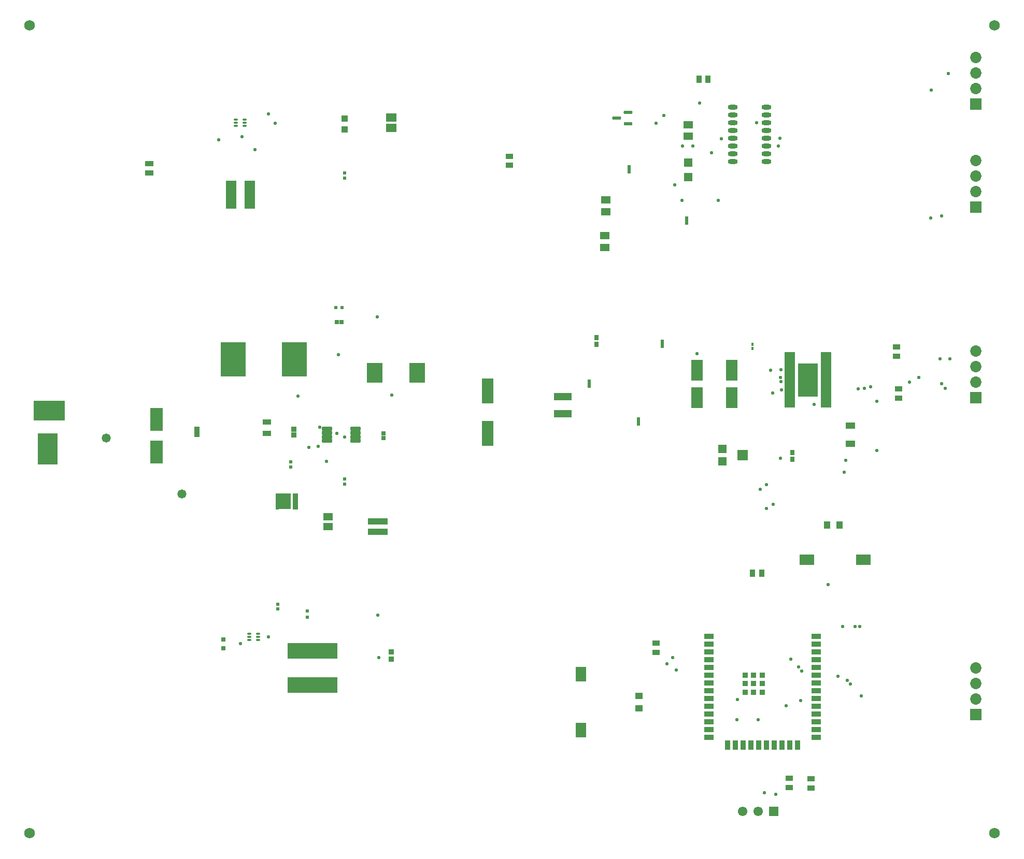
<source format=gts>
G04*
G04 #@! TF.GenerationSoftware,Altium Limited,Altium Designer,24.9.1 (31)*
G04*
G04 Layer_Color=8388736*
%FSLAX25Y25*%
%MOIN*%
G70*
G04*
G04 #@! TF.SameCoordinates,8287A4C5-CB0D-4E90-9DB4-BFF006B876B5*
G04*
G04*
G04 #@! TF.FilePolarity,Negative*
G04*
G01*
G75*
%ADD15R,0.05906X0.03543*%
%ADD16R,0.03543X0.05906*%
%ADD17R,0.03543X0.03543*%
%ADD18R,0.03568X0.03563*%
G04:AMPARAMS|DCode=19|XSize=26.38mil|YSize=11.81mil|CornerRadius=1.95mil|HoleSize=0mil|Usage=FLASHONLY|Rotation=0.000|XOffset=0mil|YOffset=0mil|HoleType=Round|Shape=RoundedRectangle|*
%AMROUNDEDRECTD19*
21,1,0.02638,0.00791,0,0,0.0*
21,1,0.02248,0.01181,0,0,0.0*
1,1,0.00390,0.01124,-0.00396*
1,1,0.00390,-0.01124,-0.00396*
1,1,0.00390,-0.01124,0.00396*
1,1,0.00390,0.01124,0.00396*
%
%ADD19ROUNDEDRECTD19*%
%ADD23R,0.02362X0.02362*%
%ADD24R,0.32284X0.10236*%
%ADD25R,0.02756X0.02756*%
%ADD26R,0.04969X0.03378*%
%ADD27R,0.03378X0.04969*%
%ADD28R,0.01860X0.01843*%
%ADD29R,0.03937X0.04921*%
%ADD31R,0.02362X0.02362*%
%ADD32R,0.04969X0.03771*%
%ADD35R,0.01822X0.02190*%
%ADD44R,0.03771X0.04969*%
%ADD45R,0.03985X0.04168*%
%ADD46R,0.05315X0.03740*%
G04:AMPARAMS|DCode=47|XSize=58.04mil|YSize=23.03mil|CornerRadius=11.51mil|HoleSize=0mil|Usage=FLASHONLY|Rotation=180.000|XOffset=0mil|YOffset=0mil|HoleType=Round|Shape=RoundedRectangle|*
%AMROUNDEDRECTD47*
21,1,0.05804,0.00000,0,0,180.0*
21,1,0.03501,0.02303,0,0,180.0*
1,1,0.02303,-0.01750,0.00000*
1,1,0.02303,0.01750,0.00000*
1,1,0.02303,0.01750,0.00000*
1,1,0.02303,-0.01750,0.00000*
%
%ADD47ROUNDEDRECTD47*%
%ADD48R,0.05804X0.02303*%
%ADD52R,0.09843X0.12992*%
%ADD53R,0.07480X0.16339*%
%ADD59R,0.05512X0.03740*%
%ADD60R,0.06299X0.03937*%
%ADD61R,0.12992X0.04134*%
%ADD67R,0.04921X0.03937*%
%ADD68R,0.13005X0.21194*%
%ADD69R,0.06607X0.02572*%
%ADD70O,0.06312X0.03162*%
%ADD71R,0.06509X0.05721*%
%ADD72R,0.03241X0.03398*%
G04:AMPARAMS|DCode=73|XSize=25.72mil|YSize=69.02mil|CornerRadius=5.95mil|HoleSize=0mil|Usage=FLASHONLY|Rotation=90.000|XOffset=0mil|YOffset=0mil|HoleType=Round|Shape=RoundedRectangle|*
%AMROUNDEDRECTD73*
21,1,0.02572,0.05713,0,0,90.0*
21,1,0.01382,0.06902,0,0,90.0*
1,1,0.01190,0.02856,0.00691*
1,1,0.01190,0.02856,-0.00691*
1,1,0.01190,-0.02856,-0.00691*
1,1,0.01190,-0.02856,0.00691*
%
%ADD73ROUNDEDRECTD73*%
%ADD74R,0.07296X0.13595*%
%ADD75R,0.11509X0.04816*%
%ADD76R,0.03162X0.03556*%
%ADD77R,0.02454X0.02611*%
%ADD78R,0.05524X0.05524*%
%ADD79R,0.06706X0.07099*%
%ADD80R,0.15958X0.22453*%
%ADD81R,0.06706X0.18123*%
%ADD82R,0.06312X0.04934*%
%ADD83R,0.05721X0.05328*%
%ADD84R,0.02572X0.02572*%
%ADD85R,0.02572X0.02572*%
%ADD86R,0.08083X0.14776*%
%ADD87R,0.03280X0.02769*%
%ADD88R,0.02414X0.02769*%
%ADD89R,0.08280X0.10446*%
%ADD90R,0.06272X0.04580*%
%ADD91R,0.09461X0.07099*%
%ADD92R,0.09383X0.07099*%
%ADD93R,0.07099X0.09461*%
%ADD94R,0.07099X0.09383*%
%ADD95C,0.06800*%
%ADD96R,0.07296X0.07296*%
%ADD97C,0.07296*%
%ADD98R,0.20485X0.12611*%
%ADD99R,0.12611X0.20485*%
%ADD100C,0.06102*%
%ADD101R,0.06102X0.06102*%
%ADD102C,0.05800*%
%ADD103C,0.02300*%
D15*
X531551Y184209D02*
D03*
Y179209D02*
D03*
Y174209D02*
D03*
Y169209D02*
D03*
Y164209D02*
D03*
Y159209D02*
D03*
Y154209D02*
D03*
Y149209D02*
D03*
Y144209D02*
D03*
Y139209D02*
D03*
Y134209D02*
D03*
Y129209D02*
D03*
Y124209D02*
D03*
Y119209D02*
D03*
X600449D02*
D03*
Y124209D02*
D03*
Y129209D02*
D03*
Y134209D02*
D03*
Y139209D02*
D03*
Y144209D02*
D03*
Y149209D02*
D03*
Y154209D02*
D03*
Y159209D02*
D03*
Y164209D02*
D03*
Y169209D02*
D03*
Y174209D02*
D03*
Y179209D02*
D03*
Y184209D02*
D03*
D16*
X543500Y114287D02*
D03*
X548500D02*
D03*
X553500D02*
D03*
X558500D02*
D03*
X563500D02*
D03*
X568500D02*
D03*
X573500D02*
D03*
X578500D02*
D03*
X583500D02*
D03*
X588500D02*
D03*
D17*
X554583Y159327D02*
D03*
X560094D02*
D03*
X565606D02*
D03*
X554583Y153815D02*
D03*
X560094D02*
D03*
X565606D02*
D03*
X554583Y148303D02*
D03*
X560094D02*
D03*
X565606D02*
D03*
D18*
X327000Y169500D02*
D03*
Y174229D02*
D03*
D19*
X241413Y185968D02*
D03*
Y184000D02*
D03*
Y182032D02*
D03*
X235587D02*
D03*
Y184000D02*
D03*
Y185968D02*
D03*
X232913Y516968D02*
D03*
Y515000D02*
D03*
Y513031D02*
D03*
X227087D02*
D03*
Y515000D02*
D03*
Y516968D02*
D03*
D23*
X273000Y200567D02*
D03*
Y196433D02*
D03*
D24*
X276500Y175024D02*
D03*
Y152976D02*
D03*
D25*
X219000Y176744D02*
D03*
Y182256D02*
D03*
D26*
X497500Y180059D02*
D03*
X652000Y370559D02*
D03*
Y364441D02*
D03*
X653500Y337441D02*
D03*
Y343559D02*
D03*
X597000Y86441D02*
D03*
Y92559D02*
D03*
X497500Y173941D02*
D03*
X583000Y86941D02*
D03*
Y93059D02*
D03*
D27*
X559441Y225000D02*
D03*
X565559D02*
D03*
D28*
X254000Y201917D02*
D03*
Y205083D02*
D03*
X297000Y479417D02*
D03*
Y482583D02*
D03*
X262500Y293417D02*
D03*
Y296583D02*
D03*
X297000Y282417D02*
D03*
Y285583D02*
D03*
D29*
X607563Y256000D02*
D03*
X615437D02*
D03*
D31*
X291433Y396000D02*
D03*
X295567D02*
D03*
D32*
X403000Y493363D02*
D03*
Y487637D02*
D03*
D35*
X559500Y369609D02*
D03*
Y372391D02*
D03*
D44*
X525137Y543000D02*
D03*
X530863D02*
D03*
D45*
X297000Y510548D02*
D03*
Y517452D02*
D03*
D46*
X171500Y488453D02*
D03*
Y482547D02*
D03*
D47*
X472000Y518000D02*
D03*
X479364Y521740D02*
D03*
D48*
Y514260D02*
D03*
D52*
X316417Y354000D02*
D03*
X343583D02*
D03*
D53*
X389000Y342181D02*
D03*
Y314819D02*
D03*
D59*
X247000Y314858D02*
D03*
Y322142D02*
D03*
D60*
X622500Y308095D02*
D03*
Y319905D02*
D03*
D61*
X318500Y251752D02*
D03*
Y258248D02*
D03*
D67*
X486500Y138063D02*
D03*
Y145937D02*
D03*
D68*
X595067Y349425D02*
D03*
D69*
X606634Y366059D02*
D03*
Y363500D02*
D03*
Y360941D02*
D03*
Y358382D02*
D03*
Y355823D02*
D03*
Y353264D02*
D03*
Y350705D02*
D03*
Y348146D02*
D03*
Y345587D02*
D03*
Y343028D02*
D03*
Y340469D02*
D03*
Y337910D02*
D03*
Y335350D02*
D03*
Y332791D02*
D03*
X583500D02*
D03*
Y335350D02*
D03*
Y337910D02*
D03*
Y340469D02*
D03*
Y343028D02*
D03*
Y345587D02*
D03*
Y348146D02*
D03*
Y350705D02*
D03*
Y353264D02*
D03*
Y355823D02*
D03*
Y358382D02*
D03*
Y360941D02*
D03*
Y363500D02*
D03*
Y366059D02*
D03*
D70*
X546673Y525000D02*
D03*
Y520000D02*
D03*
Y515000D02*
D03*
Y510000D02*
D03*
Y505000D02*
D03*
Y500000D02*
D03*
Y495000D02*
D03*
Y490000D02*
D03*
X568327Y525000D02*
D03*
Y520000D02*
D03*
Y515000D02*
D03*
Y510000D02*
D03*
Y505000D02*
D03*
Y500000D02*
D03*
Y495000D02*
D03*
Y490000D02*
D03*
D71*
X327000Y518347D02*
D03*
Y511654D02*
D03*
D72*
X202000Y317732D02*
D03*
Y314268D02*
D03*
X264500Y314035D02*
D03*
Y317500D02*
D03*
D73*
X304153Y310161D02*
D03*
Y312720D02*
D03*
Y315280D02*
D03*
Y317839D02*
D03*
X285846Y310161D02*
D03*
Y312720D02*
D03*
Y315280D02*
D03*
Y317839D02*
D03*
D74*
X546220Y355500D02*
D03*
X523779D02*
D03*
X546220Y338000D02*
D03*
X523779D02*
D03*
D75*
X437500Y327488D02*
D03*
Y338512D02*
D03*
D76*
X459000Y376665D02*
D03*
Y372335D02*
D03*
X585000Y302665D02*
D03*
Y298335D02*
D03*
D77*
X480000Y486299D02*
D03*
Y483701D02*
D03*
X517000Y450701D02*
D03*
Y453299D02*
D03*
X454500Y345701D02*
D03*
Y348299D02*
D03*
X501500Y371201D02*
D03*
Y373799D02*
D03*
X486000Y321201D02*
D03*
Y323799D02*
D03*
D78*
X540205Y304937D02*
D03*
Y297063D02*
D03*
D79*
X553000Y301000D02*
D03*
D80*
X225500Y362500D02*
D03*
X264673D02*
D03*
D81*
X236004Y468500D02*
D03*
X223996D02*
D03*
D82*
X518000Y513740D02*
D03*
Y506260D02*
D03*
X465000Y465240D02*
D03*
Y457760D02*
D03*
X464500Y434760D02*
D03*
Y442240D02*
D03*
D83*
X518000Y489126D02*
D03*
Y479874D02*
D03*
D84*
X291925Y386500D02*
D03*
X295075D02*
D03*
D85*
X322000Y315075D02*
D03*
Y311925D02*
D03*
D86*
X176000Y323933D02*
D03*
Y303067D02*
D03*
D87*
X265500Y267323D02*
D03*
Y269882D02*
D03*
Y272441D02*
D03*
Y275000D02*
D03*
D88*
X253768D02*
D03*
Y272441D02*
D03*
Y269882D02*
D03*
Y267323D02*
D03*
D89*
X258315Y271161D02*
D03*
D90*
X286500Y261110D02*
D03*
Y254890D02*
D03*
D91*
X594410Y233500D02*
D03*
D92*
X630590D02*
D03*
D93*
X449000Y160091D02*
D03*
D94*
Y123909D02*
D03*
D95*
X715000Y57500D02*
D03*
X94500D02*
D03*
X715000Y577500D02*
D03*
X94500D02*
D03*
D96*
X703000Y460500D02*
D03*
Y527000D02*
D03*
Y134000D02*
D03*
X703000Y338000D02*
D03*
D97*
X703000Y470500D02*
D03*
Y480500D02*
D03*
Y490500D02*
D03*
Y537000D02*
D03*
Y547000D02*
D03*
Y557000D02*
D03*
Y164000D02*
D03*
Y154000D02*
D03*
Y144000D02*
D03*
X703000Y348000D02*
D03*
Y358000D02*
D03*
Y368000D02*
D03*
D98*
X107000Y329500D02*
D03*
D99*
X106000Y305000D02*
D03*
D100*
X553000Y71500D02*
D03*
X563000D02*
D03*
D101*
X573000D02*
D03*
D102*
X192500Y276000D02*
D03*
X143661Y311839D02*
D03*
D103*
X549780Y143500D02*
D03*
X549500Y130500D02*
D03*
X554583Y159327D02*
D03*
X565606D02*
D03*
X560094Y153815D02*
D03*
Y148303D02*
D03*
Y159327D02*
D03*
X554583Y148303D02*
D03*
X565500D02*
D03*
X554583Y153815D02*
D03*
X565606D02*
D03*
X318500Y198000D02*
D03*
X319000Y170500D02*
D03*
X230000Y179500D02*
D03*
X248000Y184000D02*
D03*
X577500Y299000D02*
D03*
X599000Y333500D02*
D03*
X572500Y341000D02*
D03*
X571000Y355500D02*
D03*
X281000Y319000D02*
D03*
X674500Y536000D02*
D03*
X685500Y546500D02*
D03*
X681000Y455000D02*
D03*
X674000Y453500D02*
D03*
X686500Y363000D02*
D03*
X680000D02*
D03*
X683500Y344000D02*
D03*
X681000Y347000D02*
D03*
X625500Y190500D02*
D03*
X628500D02*
D03*
X629500Y146000D02*
D03*
X620553Y156053D02*
D03*
X622250Y153750D02*
D03*
X608000Y217500D02*
D03*
X584000Y169500D02*
D03*
X581186Y139500D02*
D03*
X590500Y143000D02*
D03*
X504500Y166500D02*
D03*
X568500Y282000D02*
D03*
X627500Y343500D02*
D03*
X617500Y190500D02*
D03*
X589000Y164500D02*
D03*
X639500Y304000D02*
D03*
Y335500D02*
D03*
X563000Y130500D02*
D03*
X591000Y162000D02*
D03*
X572841Y269158D02*
D03*
X614500Y158500D02*
D03*
X568500Y266500D02*
D03*
X564500Y279000D02*
D03*
X577911Y355823D02*
D03*
X577500Y351000D02*
D03*
X577911Y348175D02*
D03*
X576000Y500000D02*
D03*
X577000Y505000D02*
D03*
X510500Y162500D02*
D03*
X508000Y170500D02*
D03*
X618500Y290000D02*
D03*
X635500Y345000D02*
D03*
X631500Y344000D02*
D03*
X619500Y297500D02*
D03*
X509500Y475000D02*
D03*
X523890Y366390D02*
D03*
X574500Y82500D02*
D03*
X567000Y83500D02*
D03*
X666500Y351000D02*
D03*
X660500Y348000D02*
D03*
X578000Y343013D02*
D03*
X327500Y339617D02*
D03*
X318000Y390000D02*
D03*
X267000Y339000D02*
D03*
X274000Y306000D02*
D03*
X292000Y315000D02*
D03*
X297000Y312500D02*
D03*
X285500Y297000D02*
D03*
X280000Y306500D02*
D03*
X293000Y365500D02*
D03*
X537500Y465000D02*
D03*
X514000D02*
D03*
X533000Y495500D02*
D03*
X539500Y504500D02*
D03*
X525500Y527500D02*
D03*
X562000Y515000D02*
D03*
X514500Y500000D02*
D03*
X521000D02*
D03*
X502500Y519500D02*
D03*
X497500Y514500D02*
D03*
X239500Y497500D02*
D03*
X248000Y520500D02*
D03*
X252500Y514500D02*
D03*
X231000Y506000D02*
D03*
X216000Y504000D02*
D03*
M02*

</source>
